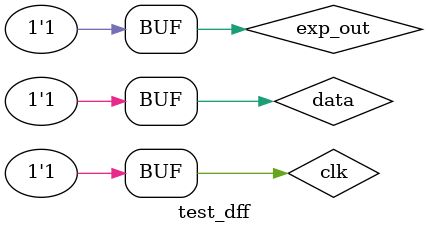
<source format=v>
module test_dff();
   reg clk, data;
   reg exp_out;
   wire out;

   dff u1(out, data, clk);

   initial
     begin
           clk = 0; data = 0; //exp_out = x;
	#1 clk = 1; data = 0; exp_out = 0;
	#1 clk = 0; data = 1; exp_out = 0;
	#1 clk = 1; data = 1; exp_out = 1;
	#1 clk = 0; data = 0; exp_out = 1;
	#1 clk = 1; data = 0; exp_out = 0;
	#1 clk = 0; data = 1; exp_out = 0;
	#1 clk = 1; data = 1; exp_out = 1;
     end
	
   initial
     $monitor("dff %d %b %b (%b %b)", $time, clk, data, out, exp_out);
endmodule

</source>
